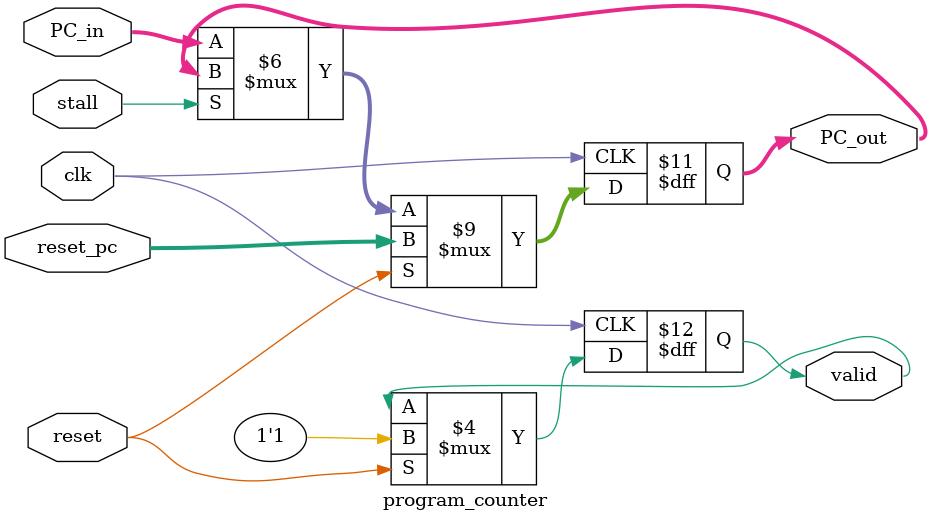
<source format=sv>
module program_counter(clk, reset, reset_pc, PC_in, stall, PC_out, valid);
	input logic clk, reset, stall;
	input logic [31:0] PC_in, reset_pc;
	output logic [31:0] PC_out;
	output logic valid;
	
	// at the clockedge set output to input
	always @(posedge clk) begin
		// if reset set instruction address to specific reset value
		if(reset) begin
			PC_out <= reset_pc;
			valid <= 1'b1;
		end else if (!stall) 
			PC_out <= PC_in;
	end
endmodule 
</source>
